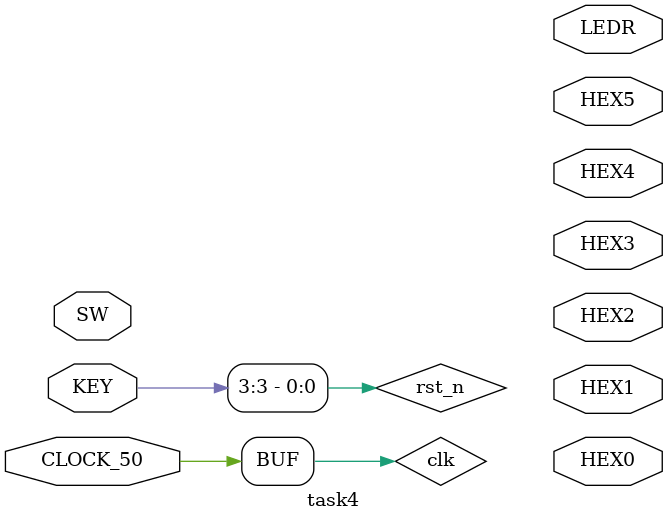
<source format=sv>
module task4 (
    input  logic       CLOCK_50,
    input  logic [3:0] KEY,
    input  logic [9:0] SW,
    output logic [6:0] HEX0,
    output logic [6:0] HEX1,
    output logic [6:0] HEX2,
    output logic [6:0] HEX3,
    output logic [6:0] HEX4,
    output logic [6:0] HEX5,
    output logic [9:0] LEDR
);
    logic [7:0] ct_addr, ct_wrdata, ct_rddata;
    logic ct_wren, en_crack, rdy_crack;
    logic [23:0] key;
    logic key_valid;

    typedef enum {
        CRACK,
        WAIT_CRACK,
        DONE
    } state_t;

    state_t state, next_state;

    logic clk;
    assign clk = CLOCK_50;

    logic rst_n;
    assign rst_n = KEY[3];

    always_ff @(posedge clk) begin
        if (!rst_n) state <= CRACK;
        else state <= next_state;
    end

    always_comb begin
        en_crack   = 1'b0;
        next_state = state;
        case (state)
            CRACK: begin
                if (rdy_crack) begin
                    en_crack   = 1'b1;
                    next_state = WAIT_CRACK;
                end
            end
            WAIT_CRACK: if (rdy_crack) next_state = DONE;
            DONE: en_crack = 1'b0;
        endcase
    end


    ct_mem ct (
        .address(ct_addr),
        .clock(clk),
        .data(ct_wrdata),
        .wren(ct_wren),
        .q(ct_rddata)
    );

    crack crk (
        .clk,
        .rst_n,
        .en(en_crack),
        .rdy(rdy_crack),
        .key,
        .key_valid,
        .ct_addr,
        .ct_rddata
    );

endmodule

</source>
